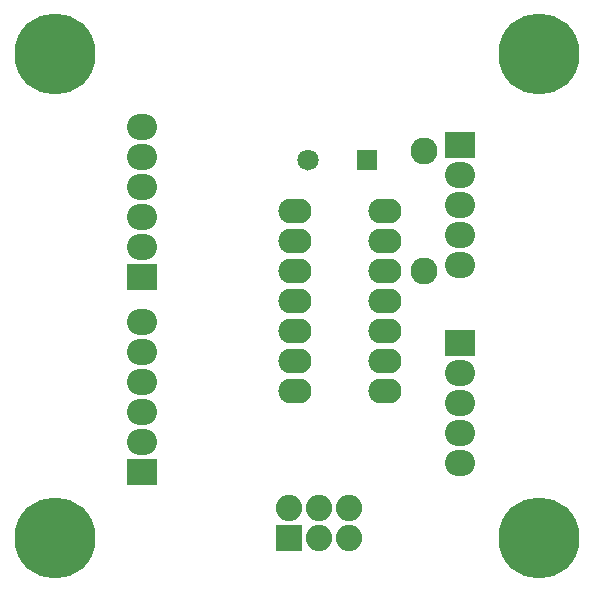
<source format=gts>
G04 #@! TF.FileFunction,Soldermask,Top*
%FSLAX46Y46*%
G04 Gerber Fmt 4.6, Leading zero omitted, Abs format (unit mm)*
G04 Created by KiCad (PCBNEW (after 2015-mar-04 BZR unknown)-product) date 10/16/2015 4:53:21 PM*
%MOMM*%
G01*
G04 APERTURE LIST*
%ADD10C,0.150000*%
%ADD11C,6.858000*%
%ADD12R,2.540000X2.235200*%
%ADD13O,2.540000X2.235200*%
%ADD14R,2.235200X2.235200*%
%ADD15O,2.235200X2.235200*%
%ADD16R,1.808000X1.808000*%
%ADD17C,1.808000*%
%ADD18C,2.286000*%
%ADD19O,2.808000X2.108000*%
G04 APERTURE END LIST*
D10*
D11*
X4000000Y-45000000D03*
X4000000Y-4000000D03*
X45000000Y-45000000D03*
X45000000Y-4000000D03*
D12*
X11430000Y-22860000D03*
D13*
X11430000Y-20320000D03*
X11430000Y-17780000D03*
X11430000Y-15240000D03*
X11430000Y-12700000D03*
X11430000Y-10160000D03*
D14*
X23876000Y-44958000D03*
D15*
X23876000Y-42418000D03*
X26416000Y-44958000D03*
X26416000Y-42418000D03*
X28956000Y-44958000D03*
X28956000Y-42418000D03*
D12*
X11430000Y-39370000D03*
D13*
X11430000Y-36830000D03*
X11430000Y-34290000D03*
X11430000Y-31750000D03*
X11430000Y-29210000D03*
X11430000Y-26670000D03*
D16*
X30480000Y-12954000D03*
D17*
X25480000Y-12954000D03*
D12*
X38354000Y-11684000D03*
D13*
X38354000Y-14224000D03*
X38354000Y-16764000D03*
X38354000Y-19304000D03*
X38354000Y-21844000D03*
D12*
X38354000Y-28448000D03*
D13*
X38354000Y-30988000D03*
X38354000Y-33528000D03*
X38354000Y-36068000D03*
X38354000Y-38608000D03*
D18*
X35306000Y-12192000D03*
X35306000Y-22352000D03*
D19*
X24384000Y-17272000D03*
X24384000Y-19812000D03*
X24384000Y-22352000D03*
X24384000Y-24892000D03*
X24384000Y-27432000D03*
X24384000Y-29972000D03*
X24384000Y-32512000D03*
X32004000Y-32512000D03*
X32004000Y-29972000D03*
X32004000Y-27432000D03*
X32004000Y-24892000D03*
X32004000Y-22352000D03*
X32004000Y-19812000D03*
X32004000Y-17272000D03*
M02*

</source>
